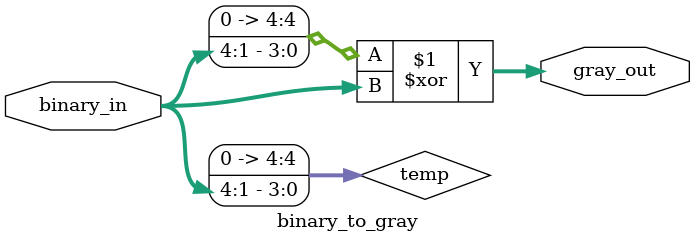
<source format=v>
`timescale 1ns / 1ps

module binary_to_gray( 
                        input [4:0] binary_in,
                        output [4:0] gray_out
                         );
wire [4:0] temp;
assign temp = {1'b0 , binary_in[4:1]};     // save msb 
assign gray_out = temp ^ binary_in;        // then xor the next bit               
                         
                        
endmodule

</source>
